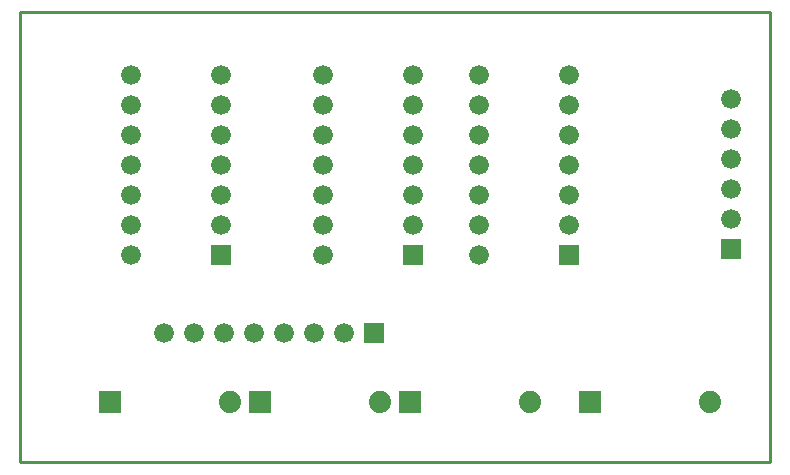
<source format=gbs>
G04 start of page 12 for group -4062 idx -4062 *
G04 Title: (unknown), soldermask *
G04 Creator: pcb 4.2.2 *
G04 CreationDate: Mon Jan 20 03:02:52 2025 UTC *
G04 For: electronics *
G04 Format: Gerber/RS-274X *
G04 PCB-Dimensions (mil): 2500.00 1500.00 *
G04 PCB-Coordinate-Origin: lower left *
%MOIN*%
%FSLAX25Y25*%
%LNGBS*%
%ADD78C,0.0660*%
%ADD77C,0.0740*%
%ADD76C,0.0001*%
%ADD75C,0.0100*%
G54D75*X0Y150000D02*Y0D01*
Y150000D02*X250000D01*
X0Y0D02*X250000D01*
Y150000D02*Y0D01*
G54D76*G36*
X126300Y23700D02*Y16300D01*
X133700D01*
Y23700D01*
X126300D01*
G37*
G36*
X76300D02*Y16300D01*
X83700D01*
Y23700D01*
X76300D01*
G37*
G54D77*X120000Y20000D03*
G54D76*G36*
X26300Y23700D02*Y16300D01*
X33700D01*
Y23700D01*
X26300D01*
G37*
G54D77*X70000Y20000D03*
G54D76*G36*
X127700Y72300D02*Y65700D01*
X134300D01*
Y72300D01*
X127700D01*
G37*
G54D78*X131000Y79000D03*
Y89000D03*
Y99000D03*
Y109000D03*
Y119000D03*
G54D76*G36*
X114700Y46300D02*Y39700D01*
X121300D01*
Y46300D01*
X114700D01*
G37*
G54D78*X108000Y43000D03*
X98000D03*
X88000D03*
X78000D03*
X68000D03*
X58000D03*
X48000D03*
X131000Y129000D03*
X101000D03*
Y119000D03*
Y109000D03*
Y99000D03*
Y89000D03*
X67000D03*
X101000Y79000D03*
Y69000D03*
G54D76*G36*
X63700Y72300D02*Y65700D01*
X70300D01*
Y72300D01*
X63700D01*
G37*
G54D78*X67000Y79000D03*
Y99000D03*
Y109000D03*
Y119000D03*
Y129000D03*
X37000D03*
Y119000D03*
Y109000D03*
Y99000D03*
Y89000D03*
Y79000D03*
Y69000D03*
G54D76*G36*
X186300Y23700D02*Y16300D01*
X193700D01*
Y23700D01*
X186300D01*
G37*
G54D77*X230000Y20000D03*
X170000D03*
G54D76*G36*
X233700Y74300D02*Y67700D01*
X240300D01*
Y74300D01*
X233700D01*
G37*
G54D78*X237000Y81000D03*
Y91000D03*
Y101000D03*
Y111000D03*
Y121000D03*
G54D76*G36*
X179700Y72300D02*Y65700D01*
X186300D01*
Y72300D01*
X179700D01*
G37*
G54D78*X153000Y69000D03*
X183000Y79000D03*
X153000D03*
X183000Y89000D03*
X153000D03*
X183000Y99000D03*
X153000D03*
X183000Y109000D03*
Y119000D03*
Y129000D03*
X153000D03*
Y119000D03*
Y109000D03*
M02*

</source>
